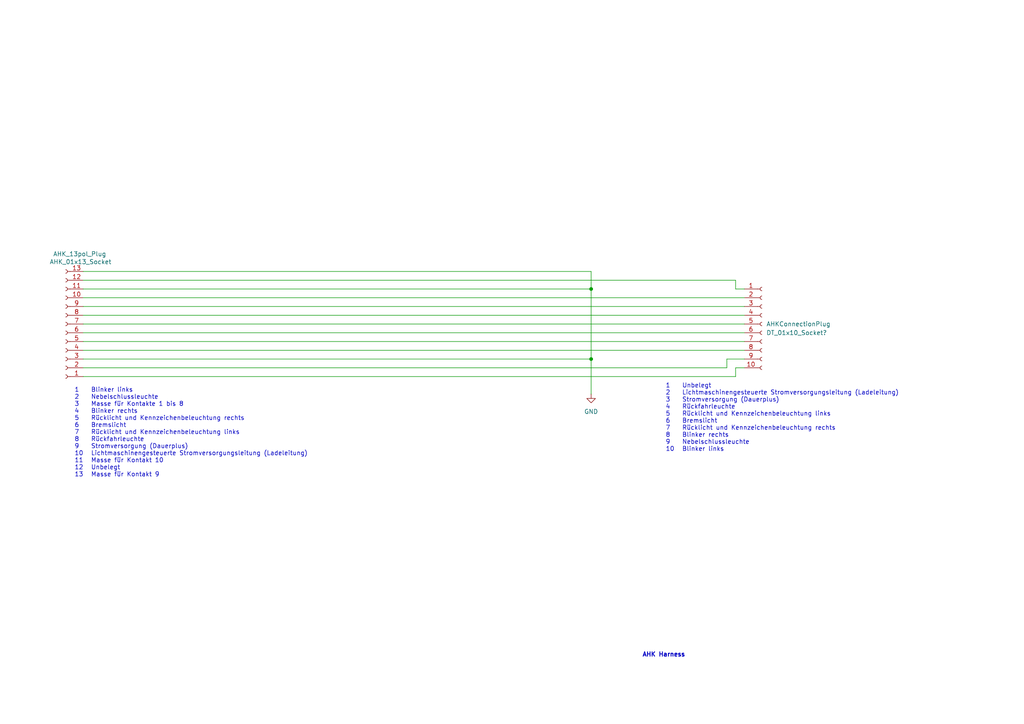
<source format=kicad_sch>
(kicad_sch (version 20250114) (generator "eeschema") (generator_version "9.0")
  (paper "A4")
  (lib_symbols
    (symbol "Connector:Conn_01x10_Socket" (pin_names (offset 1.016) (hide yes))
      (property "Reference" "J" (at 0 12.7 0))
      (property "Value" "Conn_01x10_Socket" (at 0 -15.24 0))
      (symbol "Conn_01x10_Socket_1_1"
        (polyline (pts (xy -1.27 10.16) (xy -0.508 10.16)) (stroke (width 0.1524)))
        (polyline (pts (xy -1.27 7.62) (xy -0.508 7.62)) (stroke (width 0.1524)))
        (polyline (pts (xy -1.27 5.08) (xy -0.508 5.08)) (stroke (width 0.1524)))
        (polyline (pts (xy -1.27 2.54) (xy -0.508 2.54)) (stroke (width 0.1524)))
        (polyline (pts (xy -1.27 0) (xy -0.508 0)) (stroke (width 0.1524)))
        (polyline (pts (xy -1.27 -2.54) (xy -0.508 -2.54)) (stroke (width 0.1524)))
        (polyline (pts (xy -1.27 -5.08) (xy -0.508 -5.08)) (stroke (width 0.1524)))
        (polyline (pts (xy -1.27 -7.62) (xy -0.508 -7.62)) (stroke (width 0.1524)))
        (polyline (pts (xy -1.27 -10.16) (xy -0.508 -10.16)) (stroke (width 0.1524)))
        (polyline (pts (xy -1.27 -12.7) (xy -0.508 -12.7)) (stroke (width 0.1524)))
        (arc (start 0 9.652) (mid -0.5058 10.16) (end 0 10.668) (stroke (width 0.1524)))
        (arc (start 0 7.112) (mid -0.5058 7.62) (end 0 8.128) (stroke (width 0.1524)))
        (arc (start 0 4.572) (mid -0.5058 5.08) (end 0 5.588) (stroke (width 0.1524)))
        (arc (start 0 2.032) (mid -0.5058 2.54) (end 0 3.048) (stroke (width 0.1524)))
        (arc (start 0 -0.508) (mid -0.5058 0) (end 0 0.508) (stroke (width 0.1524)))
        (arc (start 0 -3.048) (mid -0.5058 -2.54) (end 0 -2.032) (stroke (width 0.1524)))
        (arc (start 0 -5.588) (mid -0.5058 -5.08) (end 0 -4.572) (stroke (width 0.1524)))
        (arc (start 0 -8.128) (mid -0.5058 -7.62) (end 0 -7.112) (stroke (width 0.1524)))
        (arc (start 0 -10.668) (mid -0.5058 -10.16) (end 0 -9.652) (stroke (width 0.1524)))
        (arc (start 0 -13.208) (mid -0.5058 -12.7) (end 0 -12.192) (stroke (width 0.1524)))
        (pin passive line (at -5.08 10.16 0) (length 3.81) (name "Pin_1") (number "1"))
        (pin passive line (at -5.08 7.62 0) (length 3.81) (name "Pin_2") (number "2"))
        (pin passive line (at -5.08 5.08 0) (length 3.81) (name "Pin_3") (number "3"))
        (pin passive line (at -5.08 2.54 0) (length 3.81) (name "Pin_4") (number "4"))
        (pin passive line (at -5.08 0 0) (length 3.81) (name "Pin_5") (number "5"))
        (pin passive line (at -5.08 -2.54 0) (length 3.81) (name "Pin_6") (number "6"))
        (pin passive line (at -5.08 -5.08 0) (length 3.81) (name "Pin_7") (number "7"))
        (pin passive line (at -5.08 -7.62 0) (length 3.81) (name "Pin_8") (number "8"))
        (pin passive line (at -5.08 -10.16 0) (length 3.81) (name "Pin_9") (number "9"))
        (pin passive line (at -5.08 -12.7 0) (length 3.81) (name "Pin_10") (number "10"))
      )
    )
    (symbol "Connector:Conn_01x13_Socket" (pin_names (offset 1.016) (hide yes))
      (property "Reference" "J" (at 0 17.78 0))
      (property "Value" "Conn_01x13_Socket" (at 0 -17.78 0))
      (symbol "Conn_01x13_Socket_1_1"
        (polyline (pts (xy -1.27 15.24) (xy -0.508 15.24)) (stroke (width 0.1524)))
        (polyline (pts (xy -1.27 12.7) (xy -0.508 12.7)) (stroke (width 0.1524)))
        (polyline (pts (xy -1.27 10.16) (xy -0.508 10.16)) (stroke (width 0.1524)))
        (polyline (pts (xy -1.27 7.62) (xy -0.508 7.62)) (stroke (width 0.1524)))
        (polyline (pts (xy -1.27 5.08) (xy -0.508 5.08)) (stroke (width 0.1524)))
        (polyline (pts (xy -1.27 2.54) (xy -0.508 2.54)) (stroke (width 0.1524)))
        (polyline (pts (xy -1.27 0) (xy -0.508 0)) (stroke (width 0.1524)))
        (polyline (pts (xy -1.27 -2.54) (xy -0.508 -2.54)) (stroke (width 0.1524)))
        (polyline (pts (xy -1.27 -5.08) (xy -0.508 -5.08)) (stroke (width 0.1524)))
        (polyline (pts (xy -1.27 -7.62) (xy -0.508 -7.62)) (stroke (width 0.1524)))
        (polyline (pts (xy -1.27 -10.16) (xy -0.508 -10.16)) (stroke (width 0.1524)))
        (polyline (pts (xy -1.27 -12.7) (xy -0.508 -12.7)) (stroke (width 0.1524)))
        (polyline (pts (xy -1.27 -15.24) (xy -0.508 -15.24)) (stroke (width 0.1524)))
        (arc (start 0 14.732) (mid -0.5058 15.24) (end 0 15.748) (stroke (width 0.1524)))
        (arc (start 0 12.192) (mid -0.5058 12.7) (end 0 13.208) (stroke (width 0.1524)))
        (arc (start 0 9.652) (mid -0.5058 10.16) (end 0 10.668) (stroke (width 0.1524)))
        (arc (start 0 7.112) (mid -0.5058 7.62) (end 0 8.128) (stroke (width 0.1524)))
        (arc (start 0 4.572) (mid -0.5058 5.08) (end 0 5.588) (stroke (width 0.1524)))
        (arc (start 0 2.032) (mid -0.5058 2.54) (end 0 3.048) (stroke (width 0.1524)))
        (arc (start 0 -0.508) (mid -0.5058 0) (end 0 0.508) (stroke (width 0.1524)))
        (arc (start 0 -3.048) (mid -0.5058 -2.54) (end 0 -2.032) (stroke (width 0.1524)))
        (arc (start 0 -5.588) (mid -0.5058 -5.08) (end 0 -4.572) (stroke (width 0.1524)))
        (arc (start 0 -8.128) (mid -0.5058 -7.62) (end 0 -7.112) (stroke (width 0.1524)))
        (arc (start 0 -10.668) (mid -0.5058 -10.16) (end 0 -9.652) (stroke (width 0.1524)))
        (arc (start 0 -13.208) (mid -0.5058 -12.7) (end 0 -12.192) (stroke (width 0.1524)))
        (arc (start 0 -15.748) (mid -0.5058 -15.24) (end 0 -14.732) (stroke (width 0.1524)))
        (pin passive line (at -5.08 15.24 0) (length 3.81) (name "Pin_1") (number "1"))
        (pin passive line (at -5.08 12.7 0) (length 3.81) (name "Pin_2") (number "2"))
        (pin passive line (at -5.08 10.16 0) (length 3.81) (name "Pin_3") (number "3"))
        (pin passive line (at -5.08 7.62 0) (length 3.81) (name "Pin_4") (number "4"))
        (pin passive line (at -5.08 5.08 0) (length 3.81) (name "Pin_5") (number "5"))
        (pin passive line (at -5.08 2.54 0) (length 3.81) (name "Pin_6") (number "6"))
        (pin passive line (at -5.08 0 0) (length 3.81) (name "Pin_7") (number "7"))
        (pin passive line (at -5.08 -2.54 0) (length 3.81) (name "Pin_8") (number "8"))
        (pin passive line (at -5.08 -5.08 0) (length 3.81) (name "Pin_9") (number "9"))
        (pin passive line (at -5.08 -7.62 0) (length 3.81) (name "Pin_10") (number "10"))
        (pin passive line (at -5.08 -10.16 0) (length 3.81) (name "Pin_11") (number "11"))
        (pin passive line (at -5.08 -12.7 0) (length 3.81) (name "Pin_12") (number "12"))
        (pin passive line (at -5.08 -15.24 0) (length 3.81) (name "Pin_13") (number "13"))
      )
    )
    (symbol "power:GND" (power) (pin_numbers (hide yes)) (pin_names (offset 0) (hide yes))
      (property "Value" "GND" (at 0 -3.81 0))
      (symbol "GND_0_1"
        (polyline (pts (xy 0 0) (xy 0 -1.27) (xy 1.27 -1.27) (xy 0 -2.54) (xy -1.27 -1.27) (xy 0 -1.27)))
      )
      (symbol "GND_1_1"
        (pin power_in line (at 0 0 270) (length 0) (name "~") (number "1"))
      )
    )
  )
  (text "AHK Harness" (at 192.532 189.992 0) (effects (font (size 1.27 1.27) (thickness 0.254) (bold yes))))
  (text "1	Unbelegt\n2	Lichtmaschinengesteuerte Stromversorgungsleitung (Ladeleitung)\n3	Stromversorgung (Dauerplus)\n4	Rückfahrleuchte\n5	Rücklicht und Kennzeichenbeleuchtung links\n6	Bremslicht\n7	Rücklicht und Kennzeichenbeleuchtung rechts\n8	Blinker rechts\n9	Nebelschlussleuchte\n10	Blinker links" (at 193.04 121.158 0) (effects (font (size 1.27 1.27)) (justify left)))
  (text "1	Blinker links\n2	Nebelschlussleuchte\n3	Masse für Kontakte 1 bis 8\n4	Blinker rechts\n5	Rücklicht und Kennzeichenbeleuchtung rechts\n6	Bremslicht\n7	Rücklicht und Kennzeichenbeleuchtung links\n8	Rückfahrleuchte\n9	Stromversorgung (Dauerplus)\n10	Lichtmaschinengesteuerte Stromversorgungsleitung (Ladeleitung)\n11	Masse für Kontakt 10\n12	Unbelegt\n13	Masse für Kontakt 9\n" (at 21.59 125.476 0) (effects (font (size 1.27 1.27)) (justify left)))
  (junction (at 171.45 104.14))
  (junction (at 171.45 83.82))
  (wire (pts (xy 24.13 91.44) (xy 215.9 91.44)))
  (wire (pts (xy 24.13 81.28) (xy 213.36 81.28)))
  (wire (pts (xy 24.13 78.74) (xy 171.45 78.74)))
  (wire (pts (xy 171.45 78.74) (xy 171.45 83.82)))
  (wire (pts (xy 24.13 106.68) (xy 210.82 106.68)))
  (wire (pts (xy 210.82 104.14) (xy 215.9 104.14)))
  (wire (pts (xy 24.13 93.98) (xy 215.9 93.98)))
  (wire (pts (xy 213.36 83.82) (xy 215.9 83.82)))
  (wire (pts (xy 24.13 101.6) (xy 215.9 101.6)))
  (wire (pts (xy 24.13 83.82) (xy 171.45 83.82)))
  (wire (pts (xy 213.36 81.28) (xy 213.36 83.82)))
  (wire (pts (xy 24.13 96.52) (xy 215.9 96.52)))
  (wire (pts (xy 171.45 83.82) (xy 171.45 104.14)))
  (wire (pts (xy 24.13 104.14) (xy 171.45 104.14)))
  (wire (pts (xy 213.36 106.68) (xy 215.9 106.68)))
  (wire (pts (xy 213.36 109.22) (xy 213.36 106.68)))
  (wire (pts (xy 24.13 99.06) (xy 215.9 99.06)))
  (wire (pts (xy 210.82 106.68) (xy 210.82 104.14)))
  (wire (pts (xy 171.45 104.14) (xy 171.45 114.3)))
  (wire (pts (xy 24.13 88.9) (xy 215.9 88.9)))
  (wire (pts (xy 24.13 86.36) (xy 215.9 86.36)))
  (wire (pts (xy 24.13 109.22) (xy 213.36 109.22)))
  (symbol (lib_id "Connector:Conn_01x10_Socket") (at 220.98 93.98 0) (unit 1)
    (property "Reference" "AHKConnectionPlug" (at 222.25 93.9799 0) (effects (justify left)))
    (property "Value" "DT_01x10_Socket?" (at 222.25 96.5199 0) (effects (justify left)))
    (property "Description" "Generic connector, single row, 01x10, script generated" (effects (hide yes)))
  )
  (symbol (lib_id "Connector:Conn_01x13_Socket") (at 19.05 93.98 180) (unit 1)
    (property "Reference" "AHK_13pol_Plug" (at 23.114 73.66 0))
    (property "Value" "AHK_01x13_Socket" (at 23.368 75.946 0))
    (property "Description" "Generic connector, single row, 01x13, script generated" (effects (hide yes)))
  )
  (symbol (lib_id "power:GND") (at 171.45 114.3 0) (unit 1)
    (property "Reference" "#PWR01" (effects (hide yes)))
    (property "Value" "GND" (at 171.45 119.38 0))
    (property "Description" "Power symbol creates a global label with name \"GND\" , ground" (effects (hide yes)))
  )
)
</source>
